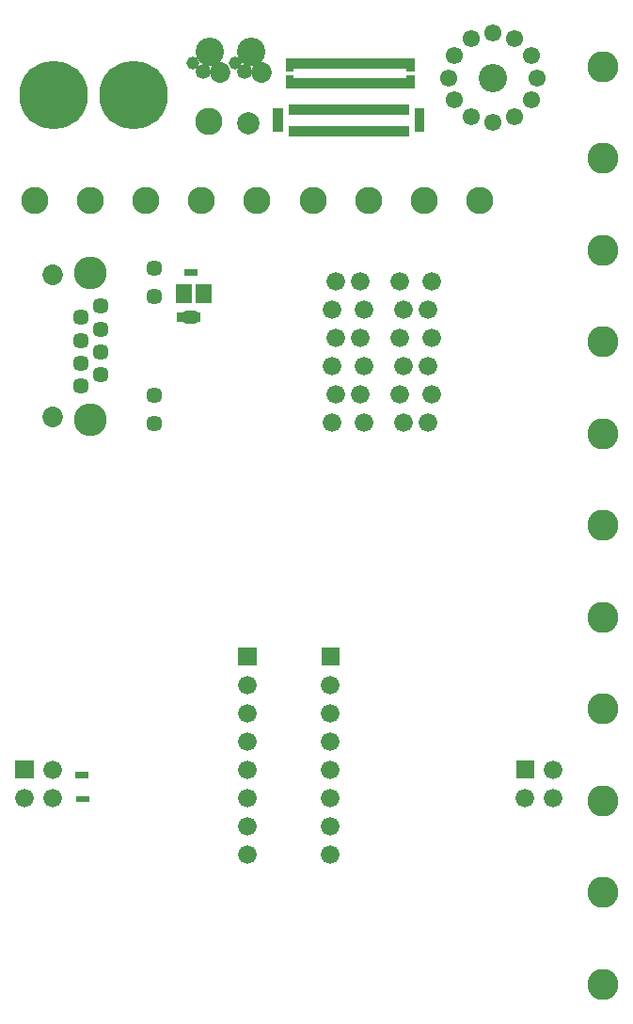
<source format=gbr>
G04 start of page 11 for group -4063 idx -4063 *
G04 Title: (unknown), componentmask *
G04 Creator: pcb 4.2.0 *
G04 CreationDate: Sat Jul  4 16:09:31 2020 UTC *
G04 For: commonadmin *
G04 Format: Gerber/RS-274X *
G04 PCB-Dimensions (mil): 3500.00 8250.00 *
G04 PCB-Coordinate-Origin: lower left *
%MOIN*%
%FSLAX25Y25*%
%LNTOPMASK*%
%ADD186C,0.0787*%
%ADD185C,0.0200*%
%ADD184C,0.0001*%
%ADD183C,0.0532*%
%ADD182C,0.0454*%
%ADD181C,0.2422*%
%ADD180C,0.1162*%
%ADD179C,0.0729*%
%ADD178C,0.0960*%
%ADD177C,0.0572*%
%ADD176C,0.0660*%
%ADD175C,0.0966*%
%ADD174C,0.0611*%
%ADD173C,0.1005*%
%ADD172C,0.1103*%
G54D172*X218000Y807000D03*
Y774500D03*
Y742000D03*
Y709500D03*
Y677000D03*
G54D173*X179000Y803000D03*
G54D174*X194748D03*
X192583Y795126D03*
Y810874D03*
X179000Y818748D03*
X186677Y816780D03*
X171323D03*
X163252Y803000D03*
X165417Y795126D03*
Y810874D03*
X179000Y787252D03*
X171323Y789220D03*
X186677D03*
G54D175*X174240Y759500D03*
G54D176*X146000Y731000D03*
X157500D03*
X147500Y721000D03*
X132000Y731000D03*
X133500Y721000D03*
X156000D03*
X146000Y711000D03*
X147500Y701000D03*
X157500Y711000D03*
X156000Y701000D03*
X123500Y731000D03*
X122000Y721000D03*
X123500Y711000D03*
X122000Y701000D03*
X132000Y711000D03*
X133500Y701000D03*
G54D175*X115185Y759500D03*
X134870D03*
X154555D03*
G54D177*X58980Y725504D03*
Y735543D03*
G54D178*X78500Y787500D03*
G54D175*X56130Y759500D03*
X75815D03*
X95500D03*
G54D179*X22996Y733181D03*
G54D180*X36500Y733969D03*
G54D175*X16760Y759500D03*
X36445D03*
G54D181*X23500Y797000D03*
X51846D03*
G54D173*X78740Y812205D03*
X93504D03*
G54D182*X87598Y808268D03*
G54D179*X82283Y804724D03*
X97047D03*
G54D183*X91142Y805118D03*
X76378D03*
G54D182*X72835Y808268D03*
G54D179*X22996Y682787D03*
G54D180*X36500Y682000D03*
G54D177*X58980Y680425D03*
Y690465D03*
X32957Y701961D03*
Y693929D03*
X40043Y697945D03*
X32957Y709992D03*
Y718024D03*
X40043Y705976D03*
Y714008D03*
Y722039D03*
G54D172*X218000Y482000D03*
Y514500D03*
Y612000D03*
Y579500D03*
Y547000D03*
Y644500D03*
G54D176*X146000Y691000D03*
X157500D03*
X132000D03*
X123500D03*
X147500Y681000D03*
X156000D03*
X122000D03*
X133500D03*
G54D184*G36*
X88700Y601300D02*Y594700D01*
X95300D01*
Y601300D01*
X88700D01*
G37*
G54D176*X92000Y588000D03*
Y578000D03*
Y568000D03*
Y558000D03*
Y548000D03*
Y538000D03*
Y528000D03*
G54D184*G36*
X118200Y601300D02*Y594700D01*
X124800D01*
Y601300D01*
X118200D01*
G37*
G54D176*X121500Y588000D03*
Y578000D03*
Y568000D03*
Y558000D03*
Y548000D03*
Y538000D03*
Y528000D03*
G54D184*G36*
X9700Y561300D02*Y554700D01*
X16300D01*
Y561300D01*
X9700D01*
G37*
G54D176*X13000Y548000D03*
X23000D03*
Y558000D03*
G54D184*G36*
X187200Y561300D02*Y554700D01*
X193800D01*
Y561300D01*
X187200D01*
G37*
G54D176*X190500Y548000D03*
X200500D03*
Y558000D03*
G54D185*X69507Y717450D02*X70207Y716750D01*
G54D184*G36*
X67007Y718450D02*Y716450D01*
X70507D01*
Y718450D01*
X67007D01*
G37*
G54D185*X70507Y716750D02*X71107Y717350D01*
X71707Y716750D01*
X70207D02*X73207D01*
X73907Y717450D01*
G54D184*G36*
X72907Y718450D02*Y716450D01*
X75407D01*
Y718450D01*
X72907D01*
G37*
G54D185*X72307Y717350D02*X72907Y716750D01*
X71707D02*X72307Y717350D01*
X70207Y719350D02*X73307D01*
X70207D02*X70407D01*
X73307D02*X73907Y718750D01*
G54D184*G36*
X72907Y719750D02*Y717750D01*
X75407D01*
Y719750D01*
X72907D01*
G37*
G54D185*X69607Y718750D02*X70207Y719350D01*
X70407D02*X71107Y718650D01*
X71807Y719350D01*
X71607D02*X72307Y718650D01*
X73007Y719350D01*
G54D184*G36*
X67007Y719750D02*Y717750D01*
X70607D01*
Y719750D01*
X67007D01*
G37*
G36*
X72316Y729752D02*X66598D01*
Y723248D01*
X72316D01*
Y729752D01*
G37*
G36*
X79402D02*X73684D01*
Y723248D01*
X79402D01*
Y729752D01*
G37*
G36*
X69689Y735087D02*Y732913D01*
X71863D01*
Y735087D01*
X69689D01*
G37*
G36*
X72051D02*Y732913D01*
X74225D01*
Y735087D01*
X72051D01*
G37*
G36*
X31413Y548587D02*Y546413D01*
X33587D01*
Y548587D01*
X31413D01*
G37*
G36*
X33775D02*Y546413D01*
X35949D01*
Y548587D01*
X33775D01*
G37*
G36*
X31051Y557087D02*Y554913D01*
X33225D01*
Y557087D01*
X31051D01*
G37*
G36*
X33413D02*Y554913D01*
X35587D01*
Y557087D01*
X33413D01*
G37*
G36*
X151331Y803866D02*X148504D01*
Y799110D01*
X151331D01*
Y803866D01*
G37*
G36*
X149776Y802862D02*X147146D01*
Y799051D01*
X149776D01*
Y802862D01*
G37*
G36*
X148398D02*X145768D01*
Y799051D01*
X148398D01*
Y802862D01*
G37*
G36*
X147020D02*X144390D01*
Y799051D01*
X147020D01*
Y802862D01*
G37*
G36*
X145642D02*X143012D01*
Y799051D01*
X145642D01*
Y802862D01*
G37*
G36*
X144264D02*X141634D01*
Y799051D01*
X144264D01*
Y802862D01*
G37*
G36*
X142886D02*X140256D01*
Y799051D01*
X142886D01*
Y802862D01*
G37*
G36*
X149776Y809949D02*X147146D01*
Y806138D01*
X149776D01*
Y809949D01*
G37*
G36*
X151331Y809890D02*X148504D01*
Y805134D01*
X151331D01*
Y809890D01*
G37*
G36*
X148398Y809949D02*X145768D01*
Y806138D01*
X148398D01*
Y809949D01*
G37*
G36*
X147020D02*X144390D01*
Y806138D01*
X147020D01*
Y809949D01*
G37*
G36*
X145642D02*X143012D01*
Y806138D01*
X145642D01*
Y809949D01*
G37*
G36*
X141508Y802862D02*X138878D01*
Y799051D01*
X141508D01*
Y802862D01*
G37*
G36*
X140130D02*X137500D01*
Y799051D01*
X140130D01*
Y802862D01*
G37*
G36*
X138752D02*X136122D01*
Y799051D01*
X138752D01*
Y802862D01*
G37*
G36*
X144264Y809949D02*X141634D01*
Y806138D01*
X144264D01*
Y809949D01*
G37*
G36*
X142886D02*X140256D01*
Y806138D01*
X142886D01*
Y809949D01*
G37*
G36*
X141508D02*X138878D01*
Y806138D01*
X141508D01*
Y809949D01*
G37*
G36*
X140130D02*X137500D01*
Y806138D01*
X140130D01*
Y809949D01*
G37*
G36*
X108457Y803866D02*X105630D01*
Y799110D01*
X108457D01*
Y803866D01*
G37*
G36*
Y809890D02*X105630D01*
Y805134D01*
X108457D01*
Y809890D01*
G37*
G36*
X127728Y809949D02*X125098D01*
Y806138D01*
X127728D01*
Y809949D01*
G37*
G36*
X126350D02*X123720D01*
Y806138D01*
X126350D01*
Y809949D01*
G37*
G36*
X124972D02*X122343D01*
Y806138D01*
X124972D01*
Y809949D01*
G37*
G36*
X123594D02*X120965D01*
Y806138D01*
X123594D01*
Y809949D01*
G37*
G36*
X122217D02*X119587D01*
Y806138D01*
X122217D01*
Y809949D01*
G37*
G36*
X120839D02*X118209D01*
Y806138D01*
X120839D01*
Y809949D01*
G37*
G36*
X119461D02*X116831D01*
Y806138D01*
X119461D01*
Y809949D01*
G37*
G36*
X118083D02*X115453D01*
Y806138D01*
X118083D01*
Y809949D01*
G37*
G36*
X116705D02*X114075D01*
Y806138D01*
X116705D01*
Y809949D01*
G37*
G36*
X115327D02*X112697D01*
Y806138D01*
X115327D01*
Y809949D01*
G37*
G36*
X113949D02*X111319D01*
Y806138D01*
X113949D01*
Y809949D01*
G37*
G36*
X112571D02*X109941D01*
Y806138D01*
X112571D01*
Y809949D01*
G37*
G36*
X111193D02*X108563D01*
Y806138D01*
X111193D01*
Y809949D01*
G37*
G36*
X109815D02*X107185D01*
Y806138D01*
X109815D01*
Y809949D01*
G37*
G36*
X137374Y802862D02*X134744D01*
Y799051D01*
X137374D01*
Y802862D01*
G37*
G36*
X135996D02*X133366D01*
Y799051D01*
X135996D01*
Y802862D01*
G37*
G36*
X134618D02*X131988D01*
Y799051D01*
X134618D01*
Y802862D01*
G37*
G36*
X133240D02*X130610D01*
Y799051D01*
X133240D01*
Y802862D01*
G37*
G36*
X131862D02*X129232D01*
Y799051D01*
X131862D01*
Y802862D01*
G37*
G36*
X130484D02*X127854D01*
Y799051D01*
X130484D01*
Y802862D01*
G37*
G36*
X129106D02*X126476D01*
Y799051D01*
X129106D01*
Y802862D01*
G37*
G36*
X138752Y809949D02*X136122D01*
Y806138D01*
X138752D01*
Y809949D01*
G37*
G36*
X137374D02*X134744D01*
Y806138D01*
X137374D01*
Y809949D01*
G37*
G36*
X135996D02*X133366D01*
Y806138D01*
X135996D01*
Y809949D01*
G37*
G36*
X134618D02*X131988D01*
Y806138D01*
X134618D01*
Y809949D01*
G37*
G36*
X133240D02*X130610D01*
Y806138D01*
X133240D01*
Y809949D01*
G37*
G36*
X131862D02*X129232D01*
Y806138D01*
X131862D01*
Y809949D01*
G37*
G36*
X130484D02*X127854D01*
Y806138D01*
X130484D01*
Y809949D01*
G37*
G36*
X129106D02*X126476D01*
Y806138D01*
X129106D01*
Y809949D01*
G37*
G36*
X128606Y793646D02*X125976D01*
Y789835D01*
X128606D01*
Y793646D01*
G37*
G36*
X129984D02*X127354D01*
Y789835D01*
X129984D01*
Y793646D01*
G37*
G36*
X131362D02*X128732D01*
Y789835D01*
X131362D01*
Y793646D01*
G37*
G36*
X132740D02*X130110D01*
Y789835D01*
X132740D01*
Y793646D01*
G37*
G36*
X134118D02*X131488D01*
Y789835D01*
X134118D01*
Y793646D01*
G37*
G36*
X135496D02*X132866D01*
Y789835D01*
X135496D01*
Y793646D01*
G37*
G36*
X136874D02*X134244D01*
Y789835D01*
X136874D01*
Y793646D01*
G37*
G36*
X138252D02*X135622D01*
Y789835D01*
X138252D01*
Y793646D01*
G37*
G36*
X139630D02*X137000D01*
Y789835D01*
X139630D01*
Y793646D01*
G37*
G36*
X141008D02*X138378D01*
Y789835D01*
X141008D01*
Y793646D01*
G37*
G36*
X142386D02*X139756D01*
Y789835D01*
X142386D01*
Y793646D01*
G37*
G36*
X143764D02*X141134D01*
Y789835D01*
X143764D01*
Y793646D01*
G37*
G36*
X145142D02*X142512D01*
Y789835D01*
X145142D01*
Y793646D01*
G37*
G36*
X146520D02*X143890D01*
Y789835D01*
X146520D01*
Y793646D01*
G37*
G36*
X147898D02*X145268D01*
Y789835D01*
X147898D01*
Y793646D01*
G37*
G36*
X149276D02*X146646D01*
Y789835D01*
X149276D01*
Y793646D01*
G37*
G36*
X127728Y802862D02*X125098D01*
Y799051D01*
X127728D01*
Y802862D01*
G37*
G36*
X126350D02*X123720D01*
Y799051D01*
X126350D01*
Y802862D01*
G37*
G36*
X124972D02*X122343D01*
Y799051D01*
X124972D01*
Y802862D01*
G37*
G36*
X123594D02*X120965D01*
Y799051D01*
X123594D01*
Y802862D01*
G37*
G36*
X122217D02*X119587D01*
Y799051D01*
X122217D01*
Y802862D01*
G37*
G36*
X120839D02*X118209D01*
Y799051D01*
X120839D01*
Y802862D01*
G37*
G36*
X119461D02*X116831D01*
Y799051D01*
X119461D01*
Y802862D01*
G37*
G36*
X118083D02*X115453D01*
Y799051D01*
X118083D01*
Y802862D01*
G37*
G36*
X116705D02*X114075D01*
Y799051D01*
X116705D01*
Y802862D01*
G37*
G36*
X115327D02*X112697D01*
Y799051D01*
X115327D01*
Y802862D01*
G37*
G36*
X113949D02*X111319D01*
Y799051D01*
X113949D01*
Y802862D01*
G37*
G36*
X112571D02*X109941D01*
Y799051D01*
X112571D01*
Y802862D01*
G37*
G36*
X111193D02*X108563D01*
Y799051D01*
X111193D01*
Y802862D01*
G37*
G36*
X109815D02*X107185D01*
Y799051D01*
X109815D01*
Y802862D01*
G37*
G36*
X109315Y793646D02*X106685D01*
Y789835D01*
X109315D01*
Y793646D01*
G37*
G36*
X110693D02*X108063D01*
Y789835D01*
X110693D01*
Y793646D01*
G37*
G36*
X112071D02*X109441D01*
Y789835D01*
X112071D01*
Y793646D01*
G37*
G36*
X113449D02*X110819D01*
Y789835D01*
X113449D01*
Y793646D01*
G37*
G36*
X104591Y792268D02*X101173D01*
Y787472D01*
X104591D01*
Y792268D01*
G37*
G36*
Y788528D02*X101173D01*
Y783732D01*
X104591D01*
Y788528D01*
G37*
G54D186*X92500Y787000D03*
G54D184*G36*
X114827Y793646D02*X112197D01*
Y789835D01*
X114827D01*
Y793646D01*
G37*
G36*
X116205D02*X113575D01*
Y789835D01*
X116205D01*
Y793646D01*
G37*
G36*
X117583D02*X114953D01*
Y789835D01*
X117583D01*
Y793646D01*
G37*
G36*
X118961D02*X116331D01*
Y789835D01*
X118961D01*
Y793646D01*
G37*
G36*
X120339D02*X117709D01*
Y789835D01*
X120339D01*
Y793646D01*
G37*
G36*
X121717D02*X119087D01*
Y789835D01*
X121717D01*
Y793646D01*
G37*
G36*
X123094D02*X120465D01*
Y789835D01*
X123094D01*
Y793646D01*
G37*
G36*
X124472D02*X121843D01*
Y789835D01*
X124472D01*
Y793646D01*
G37*
G36*
X125850D02*X123220D01*
Y789835D01*
X125850D01*
Y793646D01*
G37*
G36*
X127228D02*X124598D01*
Y789835D01*
X127228D01*
Y793646D01*
G37*
G36*
X109315Y785969D02*X106685D01*
Y782157D01*
X109315D01*
Y785969D01*
G37*
G36*
X110693D02*X108063D01*
Y782157D01*
X110693D01*
Y785969D01*
G37*
G36*
X112071D02*X109441D01*
Y782157D01*
X112071D01*
Y785969D01*
G37*
G36*
X113449D02*X110819D01*
Y782157D01*
X113449D01*
Y785969D01*
G37*
G36*
X114827D02*X112197D01*
Y782157D01*
X114827D01*
Y785969D01*
G37*
G36*
X116205D02*X113575D01*
Y782157D01*
X116205D01*
Y785969D01*
G37*
G36*
X117583D02*X114953D01*
Y782157D01*
X117583D01*
Y785969D01*
G37*
G36*
X118961D02*X116331D01*
Y782157D01*
X118961D01*
Y785969D01*
G37*
G36*
X120339D02*X117709D01*
Y782157D01*
X120339D01*
Y785969D01*
G37*
G36*
X121717D02*X119087D01*
Y782157D01*
X121717D01*
Y785969D01*
G37*
G36*
X123094D02*X120465D01*
Y782157D01*
X123094D01*
Y785969D01*
G37*
G36*
X124472D02*X121843D01*
Y782157D01*
X124472D01*
Y785969D01*
G37*
G36*
X125850D02*X123220D01*
Y782157D01*
X125850D01*
Y785969D01*
G37*
G36*
X127228D02*X124598D01*
Y782157D01*
X127228D01*
Y785969D01*
G37*
G36*
X128606D02*X125976D01*
Y782157D01*
X128606D01*
Y785969D01*
G37*
G36*
X129984D02*X127354D01*
Y782157D01*
X129984D01*
Y785969D01*
G37*
G36*
X131362D02*X128732D01*
Y782157D01*
X131362D01*
Y785969D01*
G37*
G36*
X132740D02*X130110D01*
Y782157D01*
X132740D01*
Y785969D01*
G37*
G36*
X134118D02*X131488D01*
Y782157D01*
X134118D01*
Y785969D01*
G37*
G36*
X135496D02*X132866D01*
Y782157D01*
X135496D01*
Y785969D01*
G37*
G36*
X136874D02*X134244D01*
Y782157D01*
X136874D01*
Y785969D01*
G37*
G36*
X138252D02*X135622D01*
Y782157D01*
X138252D01*
Y785969D01*
G37*
G36*
X139630D02*X137000D01*
Y782157D01*
X139630D01*
Y785969D01*
G37*
G36*
X141008D02*X138378D01*
Y782157D01*
X141008D01*
Y785969D01*
G37*
G36*
X142386D02*X139756D01*
Y782157D01*
X142386D01*
Y785969D01*
G37*
G36*
X143764D02*X141134D01*
Y782157D01*
X143764D01*
Y785969D01*
G37*
G36*
X145142D02*X142512D01*
Y782157D01*
X145142D01*
Y785969D01*
G37*
G36*
X146520D02*X143890D01*
Y782157D01*
X146520D01*
Y785969D01*
G37*
G36*
X147898D02*X145268D01*
Y782157D01*
X147898D01*
Y785969D01*
G37*
G36*
X149276D02*X146646D01*
Y782157D01*
X149276D01*
Y785969D01*
G37*
G36*
X154787Y788528D02*X151370D01*
Y783732D01*
X154787D01*
Y788528D01*
G37*
G36*
Y792268D02*X151370D01*
Y787472D01*
X154787D01*
Y792268D01*
G37*
M02*

</source>
